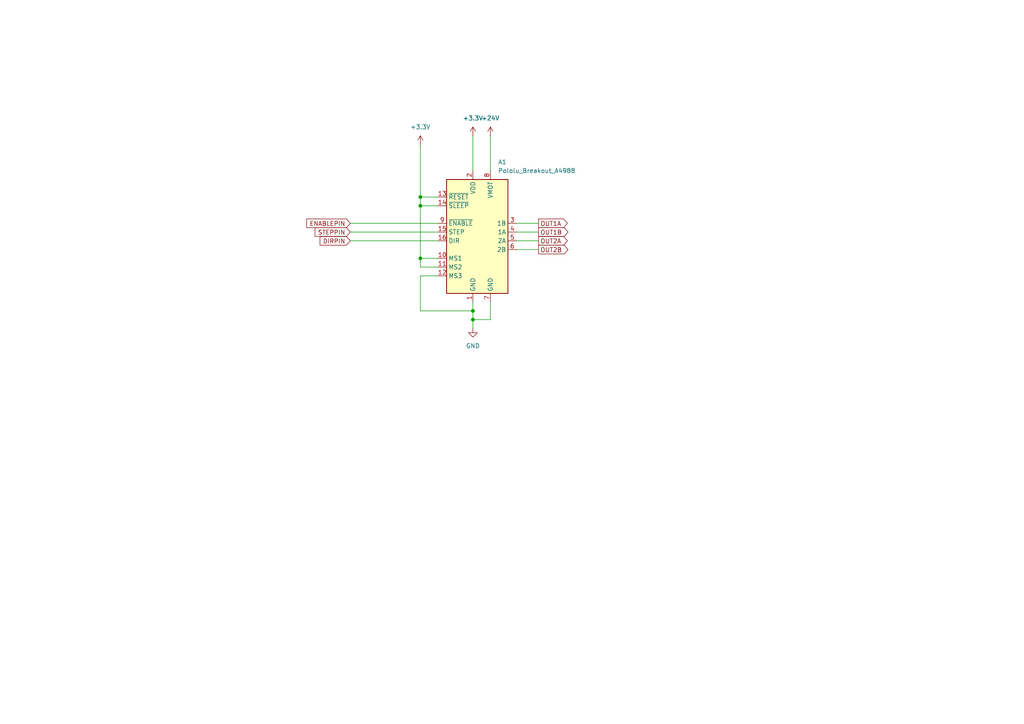
<source format=kicad_sch>
(kicad_sch (version 20231120) (generator "eeschema") (generator_version "8.0")
  (paper "A4")
  (lib_symbols
    (symbol "Driver_Motor:Pololu_Breakout_A4988"
      (property "Reference" "A" (at -2.54 19.05 0))
      (property "Value" "Pololu_Breakout_A4988" (at -2.54 16.51 0))
      (symbol "Pololu_Breakout_A4988_0_1"
        (rectangle (start 10.16 -17.78) (end -7.62 15.24) (stroke (width 0.254)) (fill (type background)))
      )
      (symbol "Pololu_Breakout_A4988_1_1"
        (pin power_in line (at 0 -20.32 90) (length 2.54) (name "GND") (number "1"))
        (pin input line (at -10.16 -7.62 0) (length 2.54) (name "MS1") (number "10"))
        (pin input line (at -10.16 -10.16 0) (length 2.54) (name "MS2") (number "11"))
        (pin input line (at -10.16 -12.7 0) (length 2.54) (name "MS3") (number "12"))
        (pin input line (at -10.16 10.16 0) (length 2.54) (name "~{RESET}") (number "13"))
        (pin input line (at -10.16 7.62 0) (length 2.54) (name "~{SLEEP}") (number "14"))
        (pin input line (at -10.16 0 0) (length 2.54) (name "STEP") (number "15"))
        (pin input line (at -10.16 -2.54 0) (length 2.54) (name "DIR") (number "16"))
        (pin power_in line (at 0 17.78 270) (length 2.54) (name "VDD") (number "2"))
        (pin output line (at 12.7 2.54 180) (length 2.54) (name "1B") (number "3"))
        (pin output line (at 12.7 0 180) (length 2.54) (name "1A") (number "4"))
        (pin output line (at 12.7 -2.54 180) (length 2.54) (name "2A") (number "5"))
        (pin output line (at 12.7 -5.08 180) (length 2.54) (name "2B") (number "6"))
        (pin power_in line (at 5.08 -20.32 90) (length 2.54) (name "GND") (number "7"))
        (pin power_in line (at 5.08 17.78 270) (length 2.54) (name "VMOT") (number "8"))
        (pin input line (at -10.16 2.54 0) (length 2.54) (name "~{ENABLE}") (number "9"))
      )
    )
    (symbol "power:+24V" (power) (pin_numbers hide) (pin_names (offset 0) hide)
      (property "Value" "+24V" (at 0 3.556 0))
      (symbol "+24V_0_1"
        (polyline (pts (xy -0.762 1.27) (xy 0 2.54)))
        (polyline (pts (xy 0 0) (xy 0 2.54)))
        (polyline (pts (xy 0 2.54) (xy 0.762 1.27)))
      )
      (symbol "+24V_1_1"
        (pin power_in line (at 0 0 90) (length 0) (name "~") (number "1"))
      )
    )
    (symbol "power:+3.3V" (power) (pin_numbers hide) (pin_names (offset 0) hide)
      (property "Value" "+3.3V" (at 0 3.556 0))
      (symbol "+3.3V_0_1"
        (polyline (pts (xy -0.762 1.27) (xy 0 2.54)))
        (polyline (pts (xy 0 0) (xy 0 2.54)))
        (polyline (pts (xy 0 2.54) (xy 0.762 1.27)))
      )
      (symbol "+3.3V_1_1"
        (pin power_in line (at 0 0 90) (length 0) (name "~") (number "1"))
      )
    )
    (symbol "power:GND" (power) (pin_numbers hide) (pin_names (offset 0) hide)
      (property "Value" "GND" (at 0 -3.81 0))
      (symbol "GND_0_1"
        (polyline (pts (xy 0 0) (xy 0 -1.27) (xy 1.27 -1.27) (xy 0 -2.54) (xy -1.27 -1.27) (xy 0 -1.27)))
      )
      (symbol "GND_1_1"
        (pin power_in line (at 0 0 270) (length 0) (name "~") (number "1"))
      )
    )
  )
  (junction (at 121.92 57.15))
  (junction (at 121.92 59.69))
  (junction (at 137.16 92.71))
  (junction (at 137.16 90.17))
  (junction (at 121.92 74.93))
  (wire (pts (xy 137.16 92.71) (xy 137.16 95.25)))
  (wire (pts (xy 137.16 90.17) (xy 137.16 92.71)))
  (wire (pts (xy 142.24 39.37) (xy 142.24 49.53)))
  (wire (pts (xy 101.6 67.31) (xy 127 67.31)))
  (wire (pts (xy 127 77.47) (xy 121.92 77.47)))
  (wire (pts (xy 127 59.69) (xy 121.92 59.69)))
  (wire (pts (xy 121.92 57.15) (xy 127 57.15)))
  (wire (pts (xy 149.86 64.77) (xy 156.21 64.77)))
  (wire (pts (xy 101.6 64.77) (xy 127 64.77)))
  (wire (pts (xy 101.6 69.85) (xy 127 69.85)))
  (wire (pts (xy 121.92 57.15) (xy 121.92 41.91)))
  (wire (pts (xy 142.24 87.63) (xy 142.24 92.71)))
  (wire (pts (xy 142.24 92.71) (xy 137.16 92.71)))
  (wire (pts (xy 127 80.01) (xy 121.92 80.01)))
  (wire (pts (xy 121.92 59.69) (xy 121.92 74.93)))
  (wire (pts (xy 137.16 87.63) (xy 137.16 90.17)))
  (wire (pts (xy 121.92 90.17) (xy 137.16 90.17)))
  (wire (pts (xy 121.92 80.01) (xy 121.92 90.17)))
  (wire (pts (xy 121.92 74.93) (xy 121.92 77.47)))
  (wire (pts (xy 121.92 59.69) (xy 121.92 57.15)))
  (wire (pts (xy 149.86 67.31) (xy 156.21 67.31)))
  (wire (pts (xy 149.86 69.85) (xy 156.21 69.85)))
  (wire (pts (xy 127 74.93) (xy 121.92 74.93)))
  (wire (pts (xy 137.16 39.37) (xy 137.16 49.53)))
  (wire (pts (xy 149.86 72.39) (xy 156.21 72.39)))
  (global_label "OUT1B" (shape output) (at 156.21 67.31 0) (property "Intersheetrefs" "${INTERSHEET_REFS}" (effects (hide yes))))
  (global_label "STEPPIN" (shape input) (at 101.6 67.31 180) (property "Intersheetrefs" "${INTERSHEET_REFS}" (effects (hide yes))))
  (global_label "ENABLEPIN" (shape input) (at 101.6 64.77 180) (property "Intersheetrefs" "${INTERSHEET_REFS}" (effects (hide yes))))
  (global_label "OUT2A" (shape output) (at 156.21 69.85 0) (property "Intersheetrefs" "${INTERSHEET_REFS}" (effects (hide yes))))
  (global_label "DIRPIN" (shape input) (at 101.6 69.85 180) (property "Intersheetrefs" "${INTERSHEET_REFS}" (effects (hide yes))))
  (global_label "OUT1A" (shape output) (at 156.21 64.77 0) (property "Intersheetrefs" "${INTERSHEET_REFS}" (effects (hide yes))))
  (global_label "OUT2B" (shape output) (at 156.21 72.39 0) (property "Intersheetrefs" "${INTERSHEET_REFS}" (effects (hide yes))))
  (symbol (lib_id "power:+3.3V") (at 137.16 39.37 0) (unit 1)
    (property "Reference" "#PWR031" (effects (hide yes)))
    (property "Value" "+3.3V" (at 137.16 34.29 0))
    (property "Description" "Power symbol creates a global label with name \"+3.3V\"" (effects (hide yes)))
  )
  (symbol (lib_id "power:GND") (at 137.16 95.25 0) (unit 1)
    (property "Reference" "#PWR030" (effects (hide yes)))
    (property "Value" "GND" (at 137.16 100.33 0))
    (property "Description" "Power symbol creates a global label with name \"GND\" , ground" (effects (hide yes)))
  )
  (symbol (lib_id "power:+3.3V") (at 121.92 41.91 0) (unit 1)
    (property "Reference" "#PWR032" (effects (hide yes)))
    (property "Value" "+3.3V" (at 121.92 36.83 0))
    (property "Description" "Power symbol creates a global label with name \"+3.3V\"" (effects (hide yes)))
  )
  (symbol (lib_id "Driver_Motor:Pololu_Breakout_A4988") (at 137.16 67.31 0) (unit 1)
    (property "Reference" "A1" (at 144.4341 46.99 0) (effects (justify left)))
    (property "Value" "Pololu_Breakout_A4988" (at 144.4341 49.53 0) (effects (justify left)))
    (property "Footprint" "Module:Pololu_Breakout-16_15.2x20.3mm" (effects (hide yes)))
    (property "Datasheet" "https://www.pololu.com/product/2980/pictures" (effects (hide yes)))
    (property "Description" "Pololu Breakout Board, Stepper Driver A4988" (effects (hide yes)))
  )
  (symbol (lib_id "power:+24V") (at 142.24 39.37 0) (unit 1)
    (property "Reference" "#PWR029" (effects (hide yes)))
    (property "Value" "+24V" (at 142.24 34.29 0))
    (property "Description" "Power symbol creates a global label with name \"+24V\"" (effects (hide yes)))
  )
)
</source>
